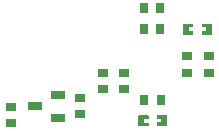
<source format=gtp>
G04 Layer: TopPasteMaskLayer*
G04 EasyEDA Pro v2.1.64.d1969c9c.217bcf, 2024-08-09 12:31:45*
G04 Gerber Generator version 0.3*
G04 Scale: 100 percent, Rotated: No, Reflected: No*
G04 Dimensions in millimeters*
G04 Leading zeros omitted, absolute positions, 3 integers and 5 decimals*
%FSLAX35Y35*%
%MOMM*%
%ADD10R,0.8X0.9*%
%ADD11R,0.9X0.8*%
%ADD12R,0.9X0.8*%
%ADD13R,1.25001X0.7*%
%ADD14R,0.8X0.9*%
G75*


G04 PolygonModel Start*
G36*
G01X-1277658Y3936279D02*
G01X-1357658Y3936279D01*
G01X-1362659Y3931277D01*
G01Y3908481D01*
G01X-1325659D01*
G01Y3875481D01*
G01X-1362659D01*
G01Y3851278D01*
G01X-1357658Y3846279D01*
G01X-1277658D01*
G01X-1272659Y3851278D01*
G01Y3931277D01*
G01X-1277658Y3936279D01*
G37*
G36*
G01X-1516662Y3846281D02*
G01X-1436662Y3846281D01*
G01X-1431661Y3851283D01*
G01Y3874079D01*
G01X-1468661D01*
G01Y3907079D01*
G01X-1431661D01*
G01Y3931282D01*
G01X-1436662Y3936281D01*
G01X-1516662D01*
G01X-1521661Y3931282D01*
G01Y3851283D01*
G01X-1516662Y3846281D01*
G37*
G36*
G01X-1138042Y4618441D02*
G01X-1058042Y4618441D01*
G01X-1053041Y4623443D01*
G01Y4646239D01*
G01X-1090041D01*
G01Y4679239D01*
G01X-1053041D01*
G01Y4703442D01*
G01X-1058042Y4708441D01*
G01X-1138042D01*
G01X-1143041Y4703442D01*
G01Y4623443D01*
G01X-1138042Y4618441D01*
G37*
G36*
G01X-899038Y4708439D02*
G01X-979038Y4708439D01*
G01X-984039Y4703437D01*
G01Y4680641D01*
G01X-947039D01*
G01Y4647641D01*
G01X-984039D01*
G01Y4623438D01*
G01X-979038Y4618439D01*
G01X-899038D01*
G01X-894039Y4623438D01*
G01Y4703437D01*
G01X-899038Y4708439D01*
G37*
G04 PolygonModel End*

G04 Pad Start*
G54D10*
G01X-1334618Y4846320D03*
G01X-1474622Y4846320D03*
G01X-1334618Y4665980D03*
G01X-1474622Y4665980D03*
G54D11*
G01X-924560Y4293718D03*
G01X-924560Y4433722D03*
G01X-1104900Y4293718D03*
G01X-1104900Y4433722D03*
G54D12*
G01X-1819600Y4296262D03*
G01X-1819600Y4156258D03*
G01X-1639260Y4296262D03*
G01X-1639260Y4156258D03*
G54D13*
G01X-2196160Y3915664D03*
G01X-2196160Y4105656D03*
G01X-2396160Y4010660D03*
G54D12*
G01X-2009600Y4083202D03*
G01X-2009600Y3943198D03*
G01X-2600960Y4009542D03*
G01X-2600960Y3869538D03*
G54D14*
G01X-1467162Y4061460D03*
G01X-1327158Y4061460D03*
G04 Pad End*

M02*

</source>
